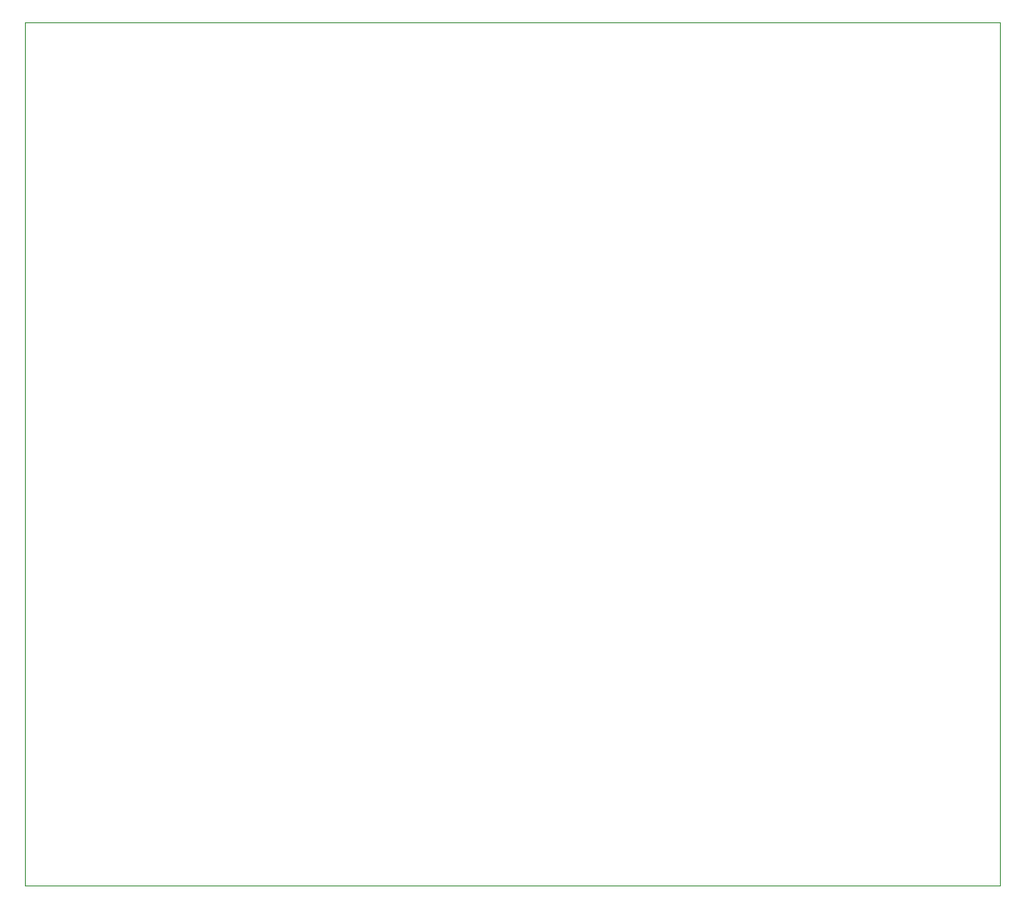
<source format=gm1>
%TF.GenerationSoftware,KiCad,Pcbnew,8.0.8*%
%TF.CreationDate,2025-02-06T19:54:35+00:00*%
%TF.ProjectId,TeensyELS,5465656e-7379-4454-9c53-2e6b69636164,rev?*%
%TF.SameCoordinates,Original*%
%TF.FileFunction,Profile,NP*%
%FSLAX46Y46*%
G04 Gerber Fmt 4.6, Leading zero omitted, Abs format (unit mm)*
G04 Created by KiCad (PCBNEW 8.0.8) date 2025-02-06 19:54:35*
%MOMM*%
%LPD*%
G01*
G04 APERTURE LIST*
%TA.AperFunction,Profile*%
%ADD10C,0.050000*%
%TD*%
G04 APERTURE END LIST*
D10*
X113000000Y-24000000D02*
X17000000Y-24000000D01*
X113000000Y-109000000D02*
X113000000Y-24000000D01*
X17000000Y-24000000D02*
X17000000Y-109000000D01*
X17000000Y-109000000D02*
X113000000Y-109000000D01*
M02*

</source>
